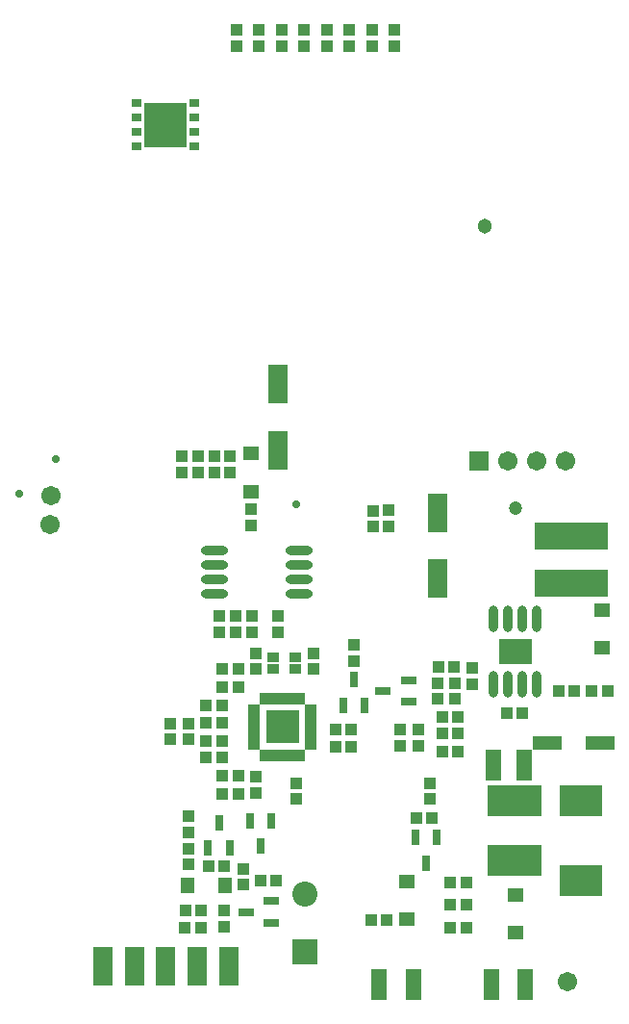
<source format=gts>
G04*
G04 #@! TF.GenerationSoftware,Altium Limited,Altium Designer,21.2.1 (34)*
G04*
G04 Layer_Color=8388736*
%FSTAX24Y24*%
%MOIN*%
G70*
G04*
G04 #@! TF.SameCoordinates,4AC015DC-E3C4-4AC6-9BA4-5EE9E9B64A6E*
G04*
G04*
G04 #@! TF.FilePolarity,Negative*
G04*
G01*
G75*
%ADD46C,0.0671*%
%ADD47R,0.0680X0.1340*%
%ADD48R,0.1458X0.1064*%
%ADD49R,0.0434X0.0395*%
%ADD50R,0.1891X0.1064*%
%ADD51R,0.0552X0.1064*%
%ADD52R,0.0552X0.1104*%
%ADD53R,0.2560X0.0926*%
%ADD54R,0.1143X0.0907*%
%ADD55O,0.0316X0.0926*%
%ADD56R,0.1497X0.1537*%
%ADD57R,0.0360X0.0281*%
%ADD58R,0.1143X0.1143*%
%ADD59R,0.0200X0.0405*%
%ADD60R,0.0405X0.0200*%
%ADD61O,0.0946X0.0316*%
%ADD62R,0.0389X0.0370*%
%ADD63R,0.0702X0.1340*%
%ADD64R,0.1025X0.0474*%
%ADD65R,0.0552X0.0474*%
%ADD66C,0.0474*%
%ADD67R,0.0533X0.0316*%
%ADD68R,0.0395X0.0434*%
%ADD69R,0.0316X0.0533*%
%ADD70R,0.0474X0.0552*%
%ADD71C,0.0513*%
%ADD72C,0.0867*%
%ADD73R,0.0867X0.0867*%
%ADD74R,0.0671X0.0671*%
%ADD75C,0.0277*%
D46*
X043677Y08253D02*
D03*
X043706Y083514D02*
D03*
X061622Y066694D02*
D03*
X061553Y08472D02*
D03*
X060553D02*
D03*
X059553D02*
D03*
D47*
X049875Y06723D02*
D03*
X048785D02*
D03*
X047694D02*
D03*
X046604D02*
D03*
X045513D02*
D03*
D48*
X062087Y072949D02*
D03*
Y070193D02*
D03*
D49*
X054834Y099646D02*
D03*
Y099094D02*
D03*
X048491Y072424D02*
D03*
Y071873D02*
D03*
X050104Y079349D02*
D03*
Y078798D02*
D03*
X051567Y078793D02*
D03*
Y079344D02*
D03*
X049536Y079349D02*
D03*
Y078798D02*
D03*
X050672Y079349D02*
D03*
Y078798D02*
D03*
X054212Y078346D02*
D03*
Y077795D02*
D03*
X0577Y07703D02*
D03*
Y076479D02*
D03*
X052814Y078071D02*
D03*
Y07752D02*
D03*
X049727Y069146D02*
D03*
Y068595D02*
D03*
X048491Y07075D02*
D03*
Y071301D02*
D03*
X050636Y082497D02*
D03*
Y083048D02*
D03*
X052224Y073573D02*
D03*
Y073022D02*
D03*
X056446Y074861D02*
D03*
Y075412D02*
D03*
X050374Y070597D02*
D03*
Y070045D02*
D03*
X054885Y08245D02*
D03*
Y083002D02*
D03*
X057113Y07703D02*
D03*
Y076479D02*
D03*
X0554Y082463D02*
D03*
Y083014D02*
D03*
X050147Y099094D02*
D03*
Y099646D02*
D03*
X051709Y099094D02*
D03*
Y099646D02*
D03*
X053272Y099094D02*
D03*
Y099646D02*
D03*
X055796Y075412D02*
D03*
Y074861D02*
D03*
X050926Y099646D02*
D03*
Y099094D02*
D03*
X052488Y099646D02*
D03*
Y099094D02*
D03*
X054051Y099646D02*
D03*
Y099094D02*
D03*
X058298Y077547D02*
D03*
Y076995D02*
D03*
X055613Y099646D02*
D03*
Y099094D02*
D03*
X049909Y084328D02*
D03*
Y08488D02*
D03*
X049372Y084328D02*
D03*
Y08488D02*
D03*
X048827Y084328D02*
D03*
Y08488D02*
D03*
X04826Y084328D02*
D03*
Y08488D02*
D03*
X050827Y07378D02*
D03*
Y073228D02*
D03*
X048465Y07563D02*
D03*
Y075079D02*
D03*
X047842Y075079D02*
D03*
Y07563D02*
D03*
X050827Y078071D02*
D03*
Y07752D02*
D03*
X056845Y073567D02*
D03*
Y073015D02*
D03*
D50*
X05978Y072949D02*
D03*
Y070902D02*
D03*
D51*
X056265Y0666D02*
D03*
X055083D02*
D03*
X058974D02*
D03*
X060155D02*
D03*
D52*
X060123Y074178D02*
D03*
X05906D02*
D03*
D53*
X061754Y082138D02*
D03*
Y080504D02*
D03*
D54*
X059803Y07812D02*
D03*
D55*
X059053Y076988D02*
D03*
X059553D02*
D03*
X060053D02*
D03*
X060553D02*
D03*
X059053Y079252D02*
D03*
X059553D02*
D03*
X060053D02*
D03*
X060553D02*
D03*
D56*
X047681Y096368D02*
D03*
D57*
X048685Y097118D02*
D03*
Y096618D02*
D03*
Y096118D02*
D03*
Y095618D02*
D03*
X046677D02*
D03*
Y096118D02*
D03*
Y097118D02*
D03*
Y096618D02*
D03*
D58*
X051733Y075511D02*
D03*
D59*
X051043Y076496D02*
D03*
X05124D02*
D03*
X051437D02*
D03*
X051634D02*
D03*
X051831D02*
D03*
X052027D02*
D03*
X052224D02*
D03*
X052421D02*
D03*
Y074528D02*
D03*
X052224D02*
D03*
X052027D02*
D03*
X051831D02*
D03*
X051634D02*
D03*
X051437D02*
D03*
X05124D02*
D03*
X051043D02*
D03*
D60*
X052717Y076201D02*
D03*
Y076004D02*
D03*
Y075807D02*
D03*
Y07561D02*
D03*
Y075413D02*
D03*
Y075217D02*
D03*
Y07502D02*
D03*
Y074823D02*
D03*
X050748D02*
D03*
Y07502D02*
D03*
Y075217D02*
D03*
Y075413D02*
D03*
Y07561D02*
D03*
Y075807D02*
D03*
Y076004D02*
D03*
Y076201D02*
D03*
D61*
X049389Y081639D02*
D03*
Y081139D02*
D03*
Y080639D02*
D03*
Y080139D02*
D03*
X052302Y081639D02*
D03*
Y081139D02*
D03*
Y080639D02*
D03*
Y080139D02*
D03*
D62*
X052195Y077913D02*
D03*
X051427D02*
D03*
Y07752D02*
D03*
X052195D02*
D03*
D63*
X051578Y085095D02*
D03*
Y087379D02*
D03*
X057113Y082934D02*
D03*
Y08065D02*
D03*
D64*
X062735Y074944D02*
D03*
X060924D02*
D03*
D65*
X056043Y070145D02*
D03*
Y068845D02*
D03*
X050636Y084974D02*
D03*
Y083673D02*
D03*
X062801Y078258D02*
D03*
Y079558D02*
D03*
X059803Y069706D02*
D03*
Y068405D02*
D03*
D66*
Y083095D02*
D03*
D67*
X050474Y069101D02*
D03*
X05136Y069475D02*
D03*
Y068727D02*
D03*
X056106Y07638D02*
D03*
Y077128D02*
D03*
X05522Y076754D02*
D03*
D68*
X048923Y069163D02*
D03*
X048372D02*
D03*
X060055Y076004D02*
D03*
X059504D02*
D03*
X057133Y077581D02*
D03*
X057684D02*
D03*
X053577Y074832D02*
D03*
X054128D02*
D03*
X049176Y070691D02*
D03*
X049727D02*
D03*
X050976Y070192D02*
D03*
X051527D02*
D03*
X054128Y07544D02*
D03*
X053577D02*
D03*
X061857Y076754D02*
D03*
X061306D02*
D03*
X063009Y076754D02*
D03*
X062458D02*
D03*
X050197Y073819D02*
D03*
X049646D02*
D03*
Y075039D02*
D03*
X049094D02*
D03*
X050197Y07689D02*
D03*
X049646D02*
D03*
Y075669D02*
D03*
X049094D02*
D03*
X056929Y072367D02*
D03*
X056378D02*
D03*
X057557Y068572D02*
D03*
X058108D02*
D03*
X058106Y069354D02*
D03*
X057555D02*
D03*
X048899Y068566D02*
D03*
X048348D02*
D03*
X057268Y074646D02*
D03*
X057819D02*
D03*
X057819Y075867D02*
D03*
X057268D02*
D03*
X057819Y075276D02*
D03*
X057268D02*
D03*
X049646Y074449D02*
D03*
X049094D02*
D03*
X050197Y073179D02*
D03*
X049646D02*
D03*
X049646Y07752D02*
D03*
X050197D02*
D03*
X049646Y07626D02*
D03*
X049094D02*
D03*
X058102Y070135D02*
D03*
X057551D02*
D03*
X054808Y068827D02*
D03*
X055359D02*
D03*
D69*
X05136Y072261D02*
D03*
X050612D02*
D03*
X050986Y071376D02*
D03*
X04916Y071318D02*
D03*
X049908D02*
D03*
X049534Y072204D02*
D03*
X053838Y076273D02*
D03*
X054586D02*
D03*
X054212Y077159D02*
D03*
X057083Y071678D02*
D03*
X056335D02*
D03*
X056709Y070792D02*
D03*
D70*
X048455Y070007D02*
D03*
X049756D02*
D03*
D71*
X05874Y092864D02*
D03*
D72*
X052518Y069739D02*
D03*
D73*
Y067739D02*
D03*
D74*
X058553Y08472D02*
D03*
D75*
X052206Y083218D02*
D03*
X042604Y083602D02*
D03*
X043876Y084774D02*
D03*
M02*

</source>
